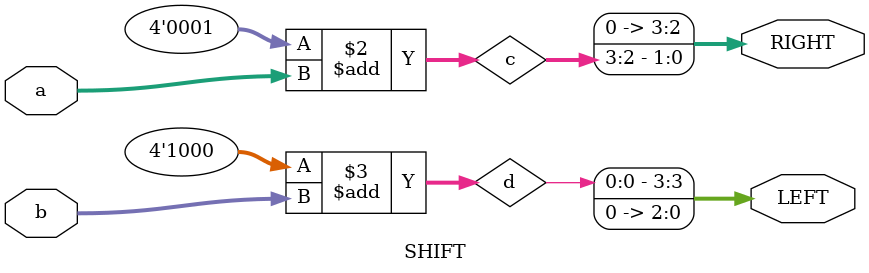
<source format=v>
module SHIFT(a, b, RIGHT, LEFT);
	input	[3:0]	 a, b;
	output	[3:0]	RIGHT, LEFT;
	reg		[3:0]	c, d, RIGHT, LEFT;
	
	always@(*)
	begin
		c = 4'b0001 + a;
		d = 4'b1000 + b;
		RIGHT <= c >> 2;
		LEFT <= d << 3;
	end
	//assign RIGHT	 = a >>2;
	//assign LEFT 	 = b << 3;
endmodule

</source>
